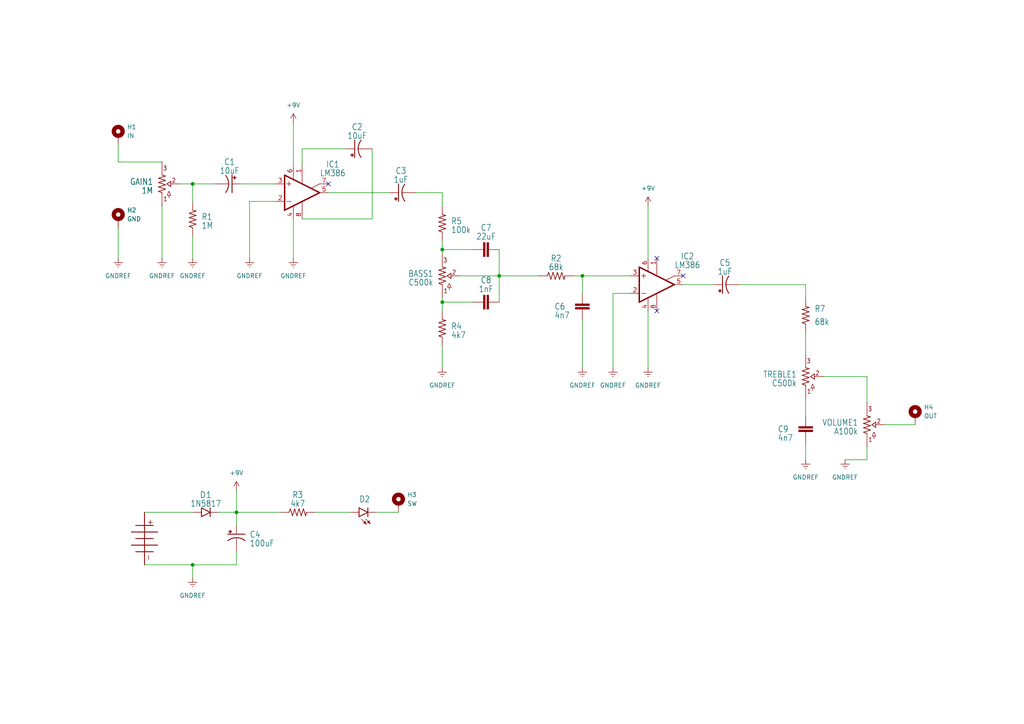
<source format=kicad_sch>
(kicad_sch (version 20231120) (generator "eeschema") (generator_version "8.0")
  (paper "A4")
  (title_block (title "Truly Twisted Fuzz") (date "2025-07-16") (rev "A"))
  (lib_symbols
    (symbol "Mechanical:MountingHole_Pad" (pin_numbers hide) (pin_names (offset 1.016) hide) (exclude_from_sim yes) (in_bom no)
      (property "Reference" "H" (at 0 6.35 0))
      (property "Value" "MountingHole_Pad" (at 0 4.445 0))
      (symbol "MountingHole_Pad_0_1"
        (circle (center 0 1.27) (radius 1.27) (stroke (width 1.27)))
      )
      (symbol "MountingHole_Pad_1_1"
        (pin input line (at 0 -2.54 90) (length 2.54) (name "1") (number "1"))
      )
    )
    (symbol "caps-elec:0501"
      (property "Reference" "C" (at 1.016 0.635 0))
      (symbol "0501_1_0"
        (rectangle (start -2.253 0.668) (end -1.364 0.795) (fill (type outline)))
        (rectangle (start -1.872 0.287) (end -1.745 1.176) (fill (type outline)))
        (arc (start 0 -1.0161) (mid -1.3021 -1.2303) (end -2.4669 -1.8504) (stroke (width 0.254)))
        (polyline (pts (xy -2.54 0) (xy 2.54 0)) (stroke (width 0.254)))
        (polyline (pts (xy 0 -1.016) (xy 0 -2.54)) (stroke (width 0.1524)))
        (arc (start 2.4892 -1.8541) (mid 1.3158 -1.2194) (end 0 -1) (stroke (width 0.254)))
        (pin passive line (at 0 2.54 270) (length 2.54) (name "+") (number "+"))
        (pin passive line (at 0 -5.08 90) (length 2.54) (name "-") (number "-"))
      )
    )
    (symbol "caps-film:CAP.3"
      (property "Reference" "C" (at 0 3.048 0))
      (symbol "CAP.3_1_0"
        (rectangle (start -0.254 -2.032) (end -0.762 2.032) (fill (type outline)))
        (polyline (pts (xy -0.635 0) (xy -3.81 0)) (stroke (width 0.1524)))
        (polyline (pts (xy 0.635 0) (xy 3.81 0)) (stroke (width 0.1524)))
        (rectangle (start 0.762 -2.032) (end 0.254 2.032) (fill (type outline)))
        (pin passive line (at 3.81 0 180) (length 0) (name "1") (number "1"))
        (pin passive line (at -3.81 0 0) (length 0) (name "2") (number "2"))
      )
    )
    (symbol "diodes:DO41.3"
      (property "Reference" "D" (at -3.556 2.0066 0))
      (symbol "DO41.3_1_0"
        (polyline (pts (xy -2.54 -1.27) (xy 0 0)) (stroke (width 0.254)))
        (polyline (pts (xy -2.54 1.27) (xy -2.54 -1.27)) (stroke (width 0.254)))
        (polyline (pts (xy 0 0) (xy -2.54 1.27)) (stroke (width 0.254)))
        (polyline (pts (xy 0 0) (xy 0 -1.27)) (stroke (width 0.254)))
        (polyline (pts (xy 0 1.27) (xy 0 0)) (stroke (width 0.254)))
        (pin passive line (at -5.08 0 0) (length 2.54) (name "A") (number "A"))
        (pin passive line (at 2.54 0 180) (length 2.54) (name "C") (number "C"))
      )
    )
    (symbol "diodes:LED5MM"
      (property "Reference" "D" (at -2.032 -3.556 0))
      (symbol "LED5MM_1_0"
        (polyline (pts (xy 0 -1.27) (xy 0 0)) (stroke (width 0.254)))
        (polyline (pts (xy 0 0) (xy 0 1.27)) (stroke (width 0.254)))
        (polyline (pts (xy 0 0) (xy 2.54 1.27)) (stroke (width 0.254)))
        (polyline (pts (xy 0.635 1.905) (xy -0.762 3.302)) (stroke (width 0.1524)))
        (polyline (pts (xy 1.778 2.032) (xy 0.381 3.429)) (stroke (width 0.1524)))
        (polyline (pts (xy 2.54 -1.27) (xy 0 0)) (stroke (width 0.254)))
        (polyline (pts (xy 2.54 -1.27) (xy 2.54 1.27)) (stroke (width 0.254)))
        (polyline (pts (xy -0.762 3.302) (xy 0.127 2.921) (xy -0.381 2.413)) (stroke (width 0.1524)) (fill (type outline)))
        (polyline (pts (xy 0.381 3.429) (xy 1.27 3.048) (xy 0.762 2.54)) (stroke (width 0.1524)) (fill (type outline)))
        (pin passive line (at 5.08 0 180) (length 2.54) (name "A") (number "A"))
        (pin passive line (at -2.54 0 0) (length 2.54) (name "C") (number "K"))
      )
    )
    (symbol "integrated circuits:LM386"
      (property "Reference" "IC" (at 2.54 5.715 0))
      (symbol "LM386_1_0"
        (polyline (pts (xy -5.08 -5.08) (xy 5.08 0)) (stroke (width 0.4064)))
        (polyline (pts (xy -5.08 5.08) (xy -5.08 -5.08)) (stroke (width 0.4064)))
        (polyline (pts (xy -5.08 5.08) (xy 5.08 0)) (stroke (width 0.4064)))
        (polyline (pts (xy -4.445 -2.54) (xy -3.175 -2.54)) (stroke (width 0.1524)))
        (polyline (pts (xy -4.445 2.54) (xy -3.175 2.54)) (stroke (width 0.1524)))
        (polyline (pts (xy -3.81 3.175) (xy -3.81 1.905)) (stroke (width 0.1524)))
        (polyline (pts (xy -2.54 -3.8862) (xy -2.54 -5.08)) (stroke (width 0.1524)))
        (polyline (pts (xy -2.54 5.08) (xy -2.54 3.8862)) (stroke (width 0.1524)))
        (polyline (pts (xy 0 -5.08) (xy 0 -2.6162)) (stroke (width 0.1524)))
        (polyline (pts (xy 0 5.08) (xy 0 2.6162)) (stroke (width 0.1524)))
        (polyline (pts (xy 2.6416 1.2954) (xy 5.08 2.54)) (stroke (width 0.1524)))
        (pin passive line (at 0 7.62 270) (length 2.54) (name "GAIN1") (number "1"))
        (pin input line (at -7.62 -2.54 0) (length 2.54) (name "-IN") (number "2"))
        (pin input line (at -7.62 2.54 0) (length 2.54) (name "+IN") (number "3"))
        (pin power_in line (at -2.54 -7.62 90) (length 2.54) (name "V-") (number "4"))
        (pin output line (at 7.62 0 180) (length 2.54) (name "OUT") (number "5"))
        (pin power_in line (at -2.54 7.62 270) (length 2.54) (name "V+") (number "6"))
        (pin passive line (at 7.62 2.54 180) (length 2.54) (name "BYPASS") (number "7"))
        (pin passive line (at 0 -7.62 90) (length 2.54) (name "GAIN2") (number "8"))
      )
    )
    (symbol "jacks:BATTERYBAT2"
      (symbol "BATTERYBAT2_1_0"
        (polyline (pts (xy -3.81 -1.905) (xy 3.81 -1.905)) (stroke (width 0.254)))
        (polyline (pts (xy -3.81 1.905) (xy 3.81 1.905)) (stroke (width 0.254)))
        (polyline (pts (xy -2.54 -3.81) (xy 2.54 -3.81)) (stroke (width 0.254)))
        (polyline (pts (xy -2.54 0) (xy 2.54 0)) (stroke (width 0.254)))
        (polyline (pts (xy -2.54 3.81) (xy 2.54 3.81)) (stroke (width 0.254)))
        (polyline (pts (xy 0 -7.62) (xy 0 7.62)) (stroke (width 0.254)))
        (text "+" (at 0.635 3.81 0) (effects (font (size 1.778 1.5113)) (justify left bottom)))
        (text "-" (at 0 -4.445 900) (effects (font (size 1.778 1.5113)) (justify right top)))
        (pin bidirectional line (at 0 7.62 0) (length 0) (name "P$1") (number "P$1"))
        (pin bidirectional line (at 0 -7.62 0) (length 0) (name "P$2") (number "P$2"))
      )
    )
    (symbol "potentiometers:16MM.1"
      (property "Reference" "POT" (at -2.159 0 90))
      (symbol "16MM.1_1_0"
        (polyline (pts (xy -1.016 -2.159) (xy 1.016 -1.524)) (stroke (width 0.2032)))
        (polyline (pts (xy -1.016 -0.889) (xy 1.016 -0.254)) (stroke (width 0.2032)))
        (polyline (pts (xy -1.016 0.381) (xy 1.016 1.016)) (stroke (width 0.2032)))
        (polyline (pts (xy -1.016 1.651) (xy 1.016 2.286)) (stroke (width 0.2032)))
        (polyline (pts (xy 0 -2.54) (xy -1.016 -2.159)) (stroke (width 0.2032)))
        (polyline (pts (xy 0 -2.54) (xy 0 -6.35)) (stroke (width 0.1524)))
        (polyline (pts (xy 0 2.54) (xy 0 6.35)) (stroke (width 0.1524)))
        (polyline (pts (xy 1.016 -1.524) (xy -1.016 -0.889)) (stroke (width 0.2032)))
        (polyline (pts (xy 1.016 -0.254) (xy -1.016 0.381)) (stroke (width 0.2032)))
        (polyline (pts (xy 1.016 1.016) (xy -1.016 1.651)) (stroke (width 0.2032)))
        (polyline (pts (xy 1.016 2.286) (xy 0 2.54)) (stroke (width 0.2032)))
        (polyline (pts (xy 1.397 0) (xy 2.54 0.762)) (stroke (width 0.2032)))
        (polyline (pts (xy 1.524 -3.302) (xy 2.032 -2.159)) (stroke (width 0.1524)))
        (polyline (pts (xy 2.032 -3.302) (xy 1.524 -3.302)) (stroke (width 0.1524)))
        (polyline (pts (xy 2.032 -3.302) (xy 2.032 -4.064)) (stroke (width 0.1524)))
        (polyline (pts (xy 2.032 -2.159) (xy 2.54 -3.302)) (stroke (width 0.1524)))
        (polyline (pts (xy 2.54 -3.302) (xy 2.032 -3.302)) (stroke (width 0.1524)))
        (polyline (pts (xy 2.54 -0.762) (xy 1.397 0)) (stroke (width 0.2032)))
        (polyline (pts (xy 2.54 0) (xy 2.54 -0.762)) (stroke (width 0.2032)))
        (polyline (pts (xy 2.54 0) (xy 5.08 0)) (stroke (width 0.1524)))
        (polyline (pts (xy 2.54 0.762) (xy 2.54 0)) (stroke (width 0.2032)))
        (text "1" (at 0.381 -5.08 0) (effects (font (size 1.27 1.0795)) (justify left bottom)))
        (text "2" (at 2.794 0.254 0) (effects (font (size 1.27 1.0795)) (justify left bottom)))
        (text "3" (at 0.254 3.81 0) (effects (font (size 1.27 1.0795)) (justify left bottom)))
        (pin passive line (at 0 -6.35 90) (length 0) (name "1") (number "1"))
        (pin passive line (at 5.08 0 180) (length 0) (name "2") (number "2"))
        (pin passive line (at 0 6.35 270) (length 0) (name "3") (number "3"))
      )
    )
    (symbol "power:+9V" (power) (pin_numbers hide) (pin_names (offset 0) hide)
      (property "Value" "+9V" (at 0 3.556 0))
      (symbol "+9V_0_1"
        (polyline (pts (xy -0.762 1.27) (xy 0 2.54)))
        (polyline (pts (xy 0 0) (xy 0 2.54)))
        (polyline (pts (xy 0 2.54) (xy 0.762 1.27)))
      )
      (symbol "+9V_1_1"
        (pin power_in line (at 0 0 90) (length 0) (name "~") (number "1"))
      )
    )
    (symbol "power:GNDREF" (power) (pin_numbers hide) (pin_names (offset 0) hide)
      (property "Value" "GNDREF" (at 0 -3.81 0))
      (symbol "GNDREF_0_1"
        (polyline (pts (xy -0.635 -1.905) (xy 0.635 -1.905)))
        (polyline (pts (xy -0.127 -2.54) (xy 0.127 -2.54)))
        (polyline (pts (xy 0 -1.27) (xy 0 0)))
        (polyline (pts (xy 1.27 -1.27) (xy -1.27 -1.27)))
      )
      (symbol "GNDREF_1_1"
        (pin power_in line (at 0 0 270) (length 0) (name "~") (number "1"))
      )
    )
    (symbol "resistors:RESISTORS.4"
      (property "Reference" "R" (at -1.651 1.4986 0))
      (symbol "RESISTORS.4_1_0"
        (polyline (pts (xy -2.54 0) (xy -2.159 1.016)) (stroke (width 0.2032)))
        (polyline (pts (xy -2.159 1.016) (xy -1.524 -1.016)) (stroke (width 0.2032)))
        (polyline (pts (xy -1.524 -1.016) (xy -0.889 1.016)) (stroke (width 0.2032)))
        (polyline (pts (xy -0.889 1.016) (xy -0.254 -1.016)) (stroke (width 0.2032)))
        (polyline (pts (xy -0.254 -1.016) (xy 0.381 1.016)) (stroke (width 0.2032)))
        (polyline (pts (xy 0.381 1.016) (xy 1.016 -1.016)) (stroke (width 0.2032)))
        (polyline (pts (xy 1.016 -1.016) (xy 1.651 1.016)) (stroke (width 0.2032)))
        (polyline (pts (xy 1.651 1.016) (xy 2.286 -1.016)) (stroke (width 0.2032)))
        (polyline (pts (xy 2.286 -1.016) (xy 2.54 0)) (stroke (width 0.2032)))
        (pin passive line (at -5.08 0 0) (length 2.54) (name "1") (number "1"))
        (pin passive line (at 5.08 0 180) (length 2.54) (name "2") (number "2"))
      )
    )
  )
  (junction (at 144.78 80.01))
  (junction (at 55.88 163.83))
  (junction (at 128.27 87.63))
  (junction (at 168.91 80.01))
  (junction (at 55.88 53.34))
  (junction (at 68.58 148.59))
  (junction (at 128.27 72.39))
  (no_connect (at 95.25 53.34))
  (no_connect (at 190.5 74.93))
  (no_connect (at 198.12 80.01))
  (no_connect (at 190.5 90.17))
  (wire (pts (xy 68.58 148.59) (xy 81.28 148.59)))
  (wire (pts (xy 107.95 43.18) (xy 107.95 63.5)))
  (wire (pts (xy 133.35 80.01) (xy 144.78 80.01)))
  (wire (pts (xy 55.88 53.34) (xy 55.88 58.42)))
  (wire (pts (xy 233.68 115.57) (xy 233.68 120.65)))
  (wire (pts (xy 233.68 96.52) (xy 233.68 102.87)))
  (wire (pts (xy 87.63 48.26) (xy 87.63 43.18)))
  (wire (pts (xy 85.09 63.5) (xy 85.09 74.93)))
  (wire (pts (xy 128.27 55.88) (xy 128.27 59.69)))
  (wire (pts (xy 72.39 58.42) (xy 72.39 74.93)))
  (wire (pts (xy 168.91 92.71) (xy 168.91 106.68)))
  (wire (pts (xy 87.63 43.18) (xy 100.33 43.18)))
  (wire (pts (xy 233.68 128.27) (xy 233.68 133.35)))
  (wire (pts (xy 144.78 72.39) (xy 144.78 80.01)))
  (wire (pts (xy 68.58 160.02) (xy 68.58 163.83)))
  (wire (pts (xy 128.27 87.63) (xy 137.16 87.63)))
  (wire (pts (xy 55.88 68.58) (xy 55.88 74.93)))
  (wire (pts (xy 41.91 163.83) (xy 55.88 163.83)))
  (wire (pts (xy 251.46 129.54) (xy 251.46 133.35)))
  (wire (pts (xy 166.37 80.01) (xy 168.91 80.01)))
  (wire (pts (xy 144.78 80.01) (xy 156.21 80.01)))
  (wire (pts (xy 69.85 53.34) (xy 80.01 53.34)))
  (wire (pts (xy 34.29 66.04) (xy 34.29 74.93)))
  (wire (pts (xy 168.91 80.01) (xy 168.91 85.09)))
  (wire (pts (xy 120.65 55.88) (xy 128.27 55.88)))
  (wire (pts (xy 128.27 86.36) (xy 128.27 87.63)))
  (wire (pts (xy 182.88 85.09) (xy 177.8 85.09)))
  (wire (pts (xy 128.27 100.33) (xy 128.27 106.68)))
  (wire (pts (xy 168.91 80.01) (xy 182.88 80.01)))
  (wire (pts (xy 55.88 163.83) (xy 55.88 167.64)))
  (wire (pts (xy 52.07 53.34) (xy 55.88 53.34)))
  (wire (pts (xy 68.58 148.59) (xy 68.58 152.4)))
  (wire (pts (xy 63.5 148.59) (xy 68.58 148.59)))
  (wire (pts (xy 41.91 148.59) (xy 55.88 148.59)))
  (wire (pts (xy 187.96 90.17) (xy 187.96 106.68)))
  (wire (pts (xy 251.46 109.22) (xy 251.46 116.84)))
  (wire (pts (xy 233.68 86.36) (xy 233.68 82.55)))
  (wire (pts (xy 55.88 53.34) (xy 62.23 53.34)))
  (wire (pts (xy 85.09 35.56) (xy 85.09 48.26)))
  (wire (pts (xy 68.58 142.24) (xy 68.58 148.59)))
  (wire (pts (xy 128.27 69.85) (xy 128.27 72.39)))
  (wire (pts (xy 55.88 163.83) (xy 68.58 163.83)))
  (wire (pts (xy 34.29 41.91) (xy 34.29 46.99)))
  (wire (pts (xy 80.01 58.42) (xy 72.39 58.42)))
  (wire (pts (xy 144.78 80.01) (xy 144.78 87.63)))
  (wire (pts (xy 34.29 46.99) (xy 46.99 46.99)))
  (wire (pts (xy 91.44 148.59) (xy 101.6 148.59)))
  (wire (pts (xy 128.27 87.63) (xy 128.27 90.17)))
  (wire (pts (xy 238.76 109.22) (xy 251.46 109.22)))
  (wire (pts (xy 128.27 72.39) (xy 137.16 72.39)))
  (wire (pts (xy 177.8 85.09) (xy 177.8 106.68)))
  (wire (pts (xy 128.27 72.39) (xy 128.27 73.66)))
  (wire (pts (xy 233.68 82.55) (xy 214.63 82.55)))
  (wire (pts (xy 187.96 59.69) (xy 187.96 74.93)))
  (wire (pts (xy 46.99 59.69) (xy 46.99 74.93)))
  (wire (pts (xy 256.54 123.19) (xy 265.43 123.19)))
  (wire (pts (xy 251.46 133.35) (xy 245.11 133.35)))
  (wire (pts (xy 95.25 55.88) (xy 113.03 55.88)))
  (wire (pts (xy 198.12 82.55) (xy 207.01 82.55)))
  (wire (pts (xy 109.22 148.59) (xy 115.57 148.59)))
  (wire (pts (xy 107.95 63.5) (xy 87.63 63.5)))
  (symbol (lib_id "power:GNDREF") (at 55.88 74.93 0) (unit 1)
    (property "Reference" "#PWR02" (effects (hide yes)))
    (property "Value" "GNDREF" (at 55.88 80.01 0))
    (property "Description" "Power symbol creates a global label with name \"GNDREF\" , reference supply ground" (effects (hide yes)))
  )
  (symbol (lib_id "caps-elec:0501") (at 102.87 43.18 90) (unit 1)
    (property "Reference" "C2" (at 103.5901 36.83 90) (effects (font (size 1.778 1.5113))))
    (property "Value" "10uF" (at 103.5901 39.37 90) (effects (font (size 1.778 1.5113))))
    (property "Footprint" "caps-elec:050_020_1" (effects (hide yes)))
    (property "Description" "0.22 - 100uF\n\nXicon values at Mouser.com:\n10V: 10 - 100uF; 16V: 2.2 - 47uF; 25V: 0.47 - 47uF;  50V: 0.22 - 22uF" (effects (hide yes)))
  )
  (symbol (lib_id "caps-elec:0501") (at 115.57 55.88 90) (unit 1)
    (property "Reference" "C3" (at 116.2901 49.53 90) (effects (font (size 1.778 1.5113))))
    (property "Value" "1uF" (at 116.2901 52.07 90) (effects (font (size 1.778 1.5113))))
    (property "Footprint" "caps-elec:050_020_1" (effects (hide yes)))
    (property "Description" "0.22 - 100uF\n\nXicon values at Mouser.com:\n10V: 10 - 100uF; 16V: 2.2 - 47uF; 25V: 0.47 - 47uF;  50V: 0.22 - 22uF" (effects (hide yes)))
  )
  (symbol (lib_id "diodes:LED5MM") (at 106.68 148.59 180) (unit 1)
    (property "Reference" "D2" (at 105.7656 144.78 0) (effects (font (size 1.778 1.5113))))
    (property "Footprint" "diodes:LED5MM" (effects (hide yes)))
  )
  (symbol (lib_id "caps-elec:0501") (at 209.55 82.55 90) (unit 1)
    (property "Reference" "C5" (at 210.2701 76.2 90) (effects (font (size 1.778 1.5113))))
    (property "Value" "1uF" (at 210.2701 78.74 90) (effects (font (size 1.778 1.5113))))
    (property "Footprint" "caps-elec:050_020_1" (effects (hide yes)))
    (property "Description" "0.22 - 100uF\n\nXicon values at Mouser.com:\n10V: 10 - 100uF; 16V: 2.2 - 47uF; 25V: 0.47 - 47uF;  50V: 0.22 - 22uF" (effects (hide yes)))
  )
  (symbol (lib_id "integrated circuits:LM386") (at 190.5 82.55 0) (unit 1)
    (property "Reference" "IC2" (at 199.39 74.3265 0) (effects (font (size 1.778 1.5113))))
    (property "Value" "LM386" (at 199.39 76.8665 0) (effects (font (size 1.778 1.5113))))
    (property "Footprint" "integrated circuits:DIL08" (effects (hide yes)))
    (property "Description" "LM386 - Low Voltage Audio Power Amplifier" (effects (hide yes)))
  )
  (symbol (lib_id "potentiometers:16MM.1") (at 233.68 109.22 0) (unit 1)
    (property "Reference" "TREBLE1" (at 231.14 108.585 0) (effects (font (size 1.778 1.5113)) (justify right)))
    (property "Value" "C500k" (at 231.14 111.125 0) (effects (font (size 1.778 1.5113)) (justify right)))
    (property "Footprint" "potentiometers:16MM_B.MOUNT" (effects (hide yes)))
    (property "Description" "16mm Poteniometers" (effects (hide yes)))
  )
  (symbol (lib_id "caps-elec:0501") (at 67.31 53.34 270) (unit 1)
    (property "Reference" "C1" (at 66.5899 46.99 90) (effects (font (size 1.778 1.5113))))
    (property "Value" "10uF" (at 66.5899 49.53 90) (effects (font (size 1.778 1.5113))))
    (property "Footprint" "caps-elec:050_020_1" (effects (hide yes)))
    (property "Description" "0.22 - 100uF\n\nXicon values at Mouser.com:\n10V: 10 - 100uF; 16V: 2.2 - 47uF; 25V: 0.47 - 47uF;  50V: 0.22 - 22uF" (effects (hide yes)))
  )
  (symbol (lib_id "caps-film:CAP.3") (at 233.68 124.46 90) (unit 1)
    (property "Reference" "C9" (at 225.552 124.46 90) (effects (font (size 1.778 1.5113)) (justify right)))
    (property "Value" "4n7" (at 225.552 127 90) (effects (font (size 1.778 1.5113)) (justify right)))
    (property "Footprint" "caps-film:0.2_.MED" (effects (hide yes)))
    (property "Description" "For Ceramic, Film, MLCC caps" (effects (hide yes)))
  )
  (symbol (lib_id "power:GNDREF") (at 233.68 133.35 0) (unit 1)
    (property "Reference" "#PWR012" (effects (hide yes)))
    (property "Value" "GNDREF" (at 233.68 138.43 0))
    (property "Description" "Power symbol creates a global label with name \"GNDREF\" , reference supply ground" (effects (hide yes)))
  )
  (symbol (lib_id "resistors:RESISTORS.4") (at 86.36 148.59 0) (unit 1)
    (property "Reference" "R3" (at 86.36 143.51 0) (effects (font (size 1.778 1.5113))))
    (property "Value" "4k7" (at 86.36 146.05 0) (effects (font (size 1.778 1.5113))))
    (property "Footprint" "resistors:R0207_4" (effects (hide yes)))
  )
  (symbol (lib_id "power:GNDREF") (at 187.96 106.68 0) (unit 1)
    (property "Reference" "#PWR08" (effects (hide yes)))
    (property "Value" "GNDREF" (at 187.96 111.76 0))
    (property "Description" "Power symbol creates a global label with name \"GNDREF\" , reference supply ground" (effects (hide yes)))
  )
  (symbol (lib_id "resistors:RESISTORS.4") (at 55.88 63.5 90) (unit 1)
    (property "Reference" "R1" (at 58.42 62.865 90) (effects (font (size 1.778 1.5113)) (justify right)))
    (property "Value" "1M" (at 58.42 65.405 90) (effects (font (size 1.778 1.5113)) (justify right)))
    (property "Footprint" "resistors:R0207_4" (effects (hide yes)))
  )
  (symbol (lib_id "resistors:RESISTORS.4") (at 128.27 64.77 90) (unit 1)
    (property "Reference" "R5" (at 130.81 64.135 90) (effects (font (size 1.778 1.5113)) (justify right)))
    (property "Value" "100k" (at 130.81 66.675 90) (effects (font (size 1.778 1.5113)) (justify right)))
    (property "Footprint" "resistors:R0207_4" (effects (hide yes)))
  )
  (symbol (lib_id "power:GNDREF") (at 55.88 167.64 0) (unit 1)
    (property "Reference" "#PWR01" (effects (hide yes)))
    (property "Value" "GNDREF" (at 55.88 172.72 0))
    (property "Description" "Power symbol creates a global label with name \"GNDREF\" , reference supply ground" (effects (hide yes)))
  )
  (symbol (lib_id "power:+9V") (at 85.09 35.56 0) (unit 1)
    (property "Reference" "#PWR07" (effects (hide yes)))
    (property "Value" "+9V" (at 85.09 30.48 0))
    (property "Description" "Power symbol creates a global label with name \"+9V\"" (effects (hide yes)))
  )
  (symbol (lib_id "potentiometers:16MM.1") (at 251.46 123.19 0) (unit 1)
    (property "Reference" "VOLUME1" (at 248.92 122.555 0) (effects (font (size 1.778 1.5113)) (justify right)))
    (property "Value" "A100k" (at 248.92 125.095 0) (effects (font (size 1.778 1.5113)) (justify right)))
    (property "Footprint" "potentiometers:16MM_B.MOUNT" (effects (hide yes)))
    (property "Description" "16mm Poteniometers" (effects (hide yes)))
  )
  (symbol (lib_id "potentiometers:16MM.1") (at 46.99 53.34 0) (unit 1)
    (property "Reference" "GAIN1" (at 44.45 52.705 0) (effects (font (size 1.778 1.5113)) (justify right)))
    (property "Value" "1M" (at 44.45 55.245 0) (effects (font (size 1.778 1.5113)) (justify right)))
    (property "Footprint" "potentiometers:16MM_B.MOUNT" (effects (hide yes)))
    (property "Description" "16mm Poteniometers" (effects (hide yes)))
  )
  (symbol (lib_id "Mechanical:MountingHole_Pad") (at 34.29 39.37 0) (unit 1) (exclude_from_sim yes) (in_bom no)
    (property "Reference" "H1" (at 36.83 36.8299 0) (effects (justify left)))
    (property "Value" "IN" (at 36.83 39.3699 0) (effects (justify left)))
    (property "Footprint" "Monkey_Riot_Pedals_Library:wire_pad_round" (effects (hide yes)))
    (property "Description" "Mounting Hole with connection" (effects (hide yes)))
  )
  (symbol (lib_id "power:GNDREF") (at 168.91 106.68 0) (unit 1)
    (property "Reference" "#PWR05" (effects (hide yes)))
    (property "Value" "GNDREF" (at 168.91 111.76 0))
    (property "Description" "Power symbol creates a global label with name \"GNDREF\" , reference supply ground" (effects (hide yes)))
  )
  (symbol (lib_id "power:GNDREF") (at 177.8 106.68 0) (unit 1)
    (property "Reference" "#PWR06" (effects (hide yes)))
    (property "Value" "GNDREF" (at 177.8 111.76 0))
    (property "Description" "Power symbol creates a global label with name \"GNDREF\" , reference supply ground" (effects (hide yes)))
  )
  (symbol (lib_id "power:GNDREF") (at 46.99 74.93 0) (unit 1)
    (property "Reference" "#PWR015" (effects (hide yes)))
    (property "Value" "GNDREF" (at 46.99 80.01 0))
    (property "Description" "Power symbol creates a global label with name \"GNDREF\" , reference supply ground" (effects (hide yes)))
  )
  (symbol (lib_id "caps-film:CAP.3") (at 140.97 72.39 0) (unit 1)
    (property "Reference" "C7" (at 140.97 66.04 0) (effects (font (size 1.778 1.5113))))
    (property "Value" "22uF" (at 140.97 68.58 0) (effects (font (size 1.778 1.5113))))
    (property "Footprint" "caps-film:0.2_.MED" (effects (hide yes)))
    (property "Description" "For Ceramic, Film, MLCC caps" (effects (hide yes)))
  )
  (symbol (lib_id "power:+9V") (at 187.96 59.69 0) (unit 1)
    (property "Reference" "#PWR011" (effects (hide yes)))
    (property "Value" "+9V" (at 187.96 54.61 0))
    (property "Description" "Power symbol creates a global label with name \"+9V\"" (effects (hide yes)))
  )
  (symbol (lib_id "Mechanical:MountingHole_Pad") (at 34.29 63.5 0) (unit 1) (exclude_from_sim yes) (in_bom no)
    (property "Reference" "H2" (at 36.83 60.9599 0) (effects (justify left)))
    (property "Value" "GND" (at 36.83 63.4999 0) (effects (justify left)))
    (property "Footprint" "Monkey_Riot_Pedals_Library:wire_pad_round" (effects (hide yes)))
    (property "Description" "Mounting Hole with connection" (effects (hide yes)))
  )
  (symbol (lib_id "caps-film:CAP.3") (at 140.97 87.63 0) (unit 1)
    (property "Reference" "C8" (at 140.97 81.28 0) (effects (font (size 1.778 1.5113))))
    (property "Value" "1nF" (at 140.97 83.82 0) (effects (font (size 1.778 1.5113))))
    (property "Footprint" "caps-film:0.2_.MED" (effects (hide yes)))
    (property "Description" "For Ceramic, Film, MLCC caps" (effects (hide yes)))
  )
  (symbol (lib_id "power:GNDREF") (at 85.09 74.93 0) (unit 1)
    (property "Reference" "#PWR04" (effects (hide yes)))
    (property "Value" "GNDREF" (at 85.09 80.01 0))
    (property "Description" "Power symbol creates a global label with name \"GNDREF\" , reference supply ground" (effects (hide yes)))
  )
  (symbol (lib_id "resistors:RESISTORS.4") (at 128.27 95.25 90) (unit 1)
    (property "Reference" "R4" (at 130.81 94.615 90) (effects (font (size 1.778 1.5113)) (justify right)))
    (property "Value" "4k7" (at 130.81 97.155 90) (effects (font (size 1.778 1.5113)) (justify right)))
    (property "Footprint" "resistors:R0207_4" (effects (hide yes)))
  )
  (symbol (lib_id "power:GNDREF") (at 34.29 74.93 0) (unit 1)
    (property "Reference" "#PWR010" (effects (hide yes)))
    (property "Value" "GNDREF" (at 34.29 80.01 0))
    (property "Description" "Power symbol creates a global label with name \"GNDREF\" , reference supply ground" (effects (hide yes)))
  )
  (symbol (lib_id "jacks:BATTERYBAT2") (at 41.91 156.21 0) (unit 1)
    (property "Reference" "DC1" (effects (hide yes)))
    (property "Value" "DC" (effects (hide yes)))
    (property "Footprint" "jacks:BATTERY" (effects (hide yes)))
    (property "Sim.Device" "V" (effects (hide yes)))
    (property "Sim.Type" "DC" (effects (hide yes)))
    (property "Sim.Pins" "P$1=+ P$2=-" (effects (hide yes)))
    (property "Sim.Params" "dc=9" (effects (hide yes)))
  )
  (symbol (lib_id "Mechanical:MountingHole_Pad") (at 115.57 146.05 0) (unit 1) (exclude_from_sim yes) (in_bom no)
    (property "Reference" "H3" (at 118.11 143.5099 0) (effects (justify left)))
    (property "Value" "SW" (at 118.11 146.0499 0) (effects (justify left)))
    (property "Footprint" "Monkey_Riot_Pedals_Library:wire_pad_round" (effects (hide yes)))
    (property "Description" "Mounting Hole with connection" (effects (hide yes)))
  )
  (symbol (lib_id "power:GNDREF") (at 72.39 74.93 0) (unit 1)
    (property "Reference" "#PWR03" (effects (hide yes)))
    (property "Value" "GNDREF" (at 72.39 80.01 0))
    (property "Description" "Power symbol creates a global label with name \"GNDREF\" , reference supply ground" (effects (hide yes)))
  )
  (symbol (lib_id "power:GNDREF") (at 245.11 133.35 0) (unit 1)
    (property "Reference" "#PWR09" (effects (hide yes)))
    (property "Value" "GNDREF" (at 245.11 138.43 0))
    (property "Description" "Power symbol creates a global label with name \"GNDREF\" , reference supply ground" (effects (hide yes)))
  )
  (symbol (lib_id "caps-film:CAP.3") (at 168.91 88.9 90) (unit 1)
    (property "Reference" "C6" (at 160.782 88.9 90) (effects (font (size 1.778 1.5113)) (justify right)))
    (property "Value" "4n7" (at 160.782 91.44 90) (effects (font (size 1.778 1.5113)) (justify right)))
    (property "Footprint" "caps-film:0.2_.MED" (effects (hide yes)))
    (property "Description" "For Ceramic, Film, MLCC caps" (effects (hide yes)))
  )
  (symbol (lib_id "integrated circuits:LM386") (at 87.63 55.88 0) (unit 1)
    (property "Reference" "IC1" (at 96.52 47.6565 0) (effects (font (size 1.778 1.5113))))
    (property "Value" "LM386" (at 96.52 50.1965 0) (effects (font (size 1.778 1.5113))))
    (property "Footprint" "integrated circuits:DIL08" (effects (hide yes)))
    (property "Description" "LM386 - Low Voltage Audio Power Amplifier" (effects (hide yes)))
  )
  (symbol (lib_id "resistors:RESISTORS.4") (at 161.29 80.01 0) (unit 1)
    (property "Reference" "R2" (at 161.29 74.93 0) (effects (font (size 1.778 1.5113))))
    (property "Value" "68k" (at 161.29 77.47 0) (effects (font (size 1.778 1.5113))))
    (property "Footprint" "resistors:R0207_4" (effects (hide yes)))
  )
  (symbol (lib_id "diodes:DO41.3") (at 60.96 148.59 0) (unit 1)
    (property "Reference" "D1" (at 59.69 143.51 0) (effects (font (size 1.778 1.778))))
    (property "Value" "1N5817" (at 59.69 146.05 0) (effects (font (size 1.778 1.5113))))
    (property "Footprint" "diodes:DO41-3" (effects (hide yes)))
    (property "Description" "DO-41 Package\n\nDiodes: 1N4001 - 1N40019\nZener Diodes:  1N4728 - 1N4764" (effects (hide yes)))
  )
  (symbol (lib_id "caps-elec:0501") (at 68.58 154.94 0) (unit 1)
    (property "Reference" "C4" (at 72.39 155.0251 0) (effects (font (size 1.778 1.5113)) (justify left)))
    (property "Value" "100uF" (at 72.39 157.5651 0) (effects (font (size 1.778 1.5113)) (justify left)))
    (property "Footprint" "caps-elec:050_020_1" (effects (hide yes)))
    (property "Description" "0.22 - 100uF\n\nXicon values at Mouser.com:\n10V: 10 - 100uF; 16V: 2.2 - 47uF; 25V: 0.47 - 47uF;  50V: 0.22 - 22uF" (effects (hide yes)))
  )
  (symbol (lib_id "Mechanical:MountingHole_Pad") (at 265.43 120.65 0) (unit 1) (exclude_from_sim yes) (in_bom no)
    (property "Reference" "H4" (at 267.97 118.1099 0) (effects (justify left)))
    (property "Value" "OUT" (at 267.97 120.6499 0) (effects (justify left)))
    (property "Footprint" "Monkey_Riot_Pedals_Library:wire_pad_round" (effects (hide yes)))
    (property "Description" "Mounting Hole with connection" (effects (hide yes)))
  )
  (symbol (lib_id "potentiometers:16MM.1") (at 128.27 80.01 0) (unit 1)
    (property "Reference" "BASS1" (at 125.73 79.375 0) (effects (font (size 1.778 1.5113)) (justify right)))
    (property "Value" "C500k" (at 125.73 81.915 0) (effects (font (size 1.778 1.5113)) (justify right)))
    (property "Footprint" "potentiometers:16MM_B.MOUNT" (effects (hide yes)))
    (property "Description" "16mm Poteniometers" (effects (hide yes)))
  )
  (symbol (lib_id "resistors:RESISTORS.4") (at 233.68 91.44 90) (unit 1)
    (property "Reference" "R7" (at 236.22 89.535 90) (effects (font (size 1.778 1.5113)) (justify right)))
    (property "Value" "68k" (at 236.22 93.345 90) (effects (font (size 1.778 1.5113)) (justify right)))
    (property "Footprint" "resistors:R0207_4" (effects (hide yes)))
  )
  (symbol (lib_id "power:+9V") (at 68.58 142.24 0) (unit 1)
    (property "Reference" "#PWR013" (effects (hide yes)))
    (property "Value" "+9V" (at 68.58 137.16 0))
    (property "Description" "Power symbol creates a global label with name \"+9V\"" (effects (hide yes)))
  )
  (symbol (lib_id "power:GNDREF") (at 128.27 106.68 0) (unit 1)
    (property "Reference" "#PWR014" (effects (hide yes)))
    (property "Value" "GNDREF" (at 128.27 111.76 0))
    (property "Description" "Power symbol creates a global label with name \"GNDREF\" , reference supply ground" (effects (hide yes)))
  )
)
</source>
